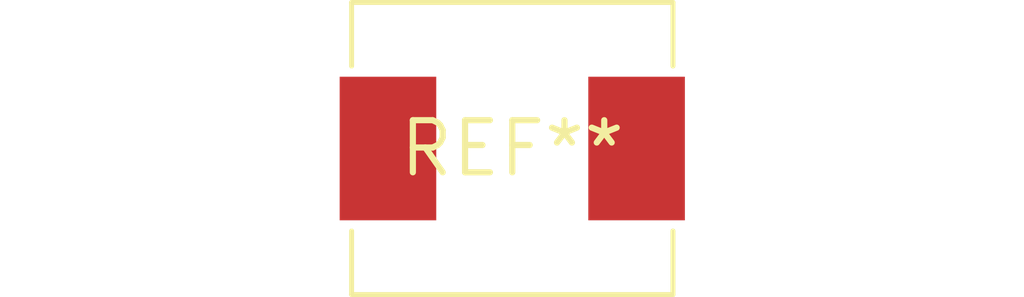
<source format=kicad_pcb>
(kicad_pcb (version 20240108) (generator pcbnew)
  (layers (0 "F.Cu" signal) (31 "B.Cu" signal) (34 "B.Paste" user) (35 "F.Paste" user) (36 "B.SilkS" user "B.Silkscreen") (37 "F.SilkS" user "F.Silkscreen") (38 "B.Mask" user) (39 "F.Mask" user) (44 "Edge.Cuts" user))
  (net 0 "")
  (footprint "L_Chilisin_BMRx00060630" (layer "F.Cu") (at 0 0)
    (property "Reference" "REF**")
    (property "Value" "L_Chilisin_BMRx00060630")
    (fp_line (start -3.91 -3.56) (end -3.91 -2.01) (layer "F.SilkS") (stroke (width 0.12)))
    (fp_line (start -3.91 -3.56) (end 3.91 -3.56) (layer "F.SilkS") (stroke (width 0.12)))
    (fp_line (start -3.91 3.56) (end -3.91 2.01) (layer "F.SilkS") (stroke (width 0.12)))
    (fp_line (start -3.91 3.56) (end 3.91 3.56) (layer "F.SilkS") (stroke (width 0.12)))
    (fp_line (start 3.91 -3.56) (end 3.91 -2.01) (layer "F.SilkS") (stroke (width 0.12)))
    (fp_line (start 3.91 3.56) (end 3.91 2.01) (layer "F.SilkS") (stroke (width 0.12)))
    (pad "1" smd rect (at -3.025 0) (size 2.35 3.5) (layers "F.Cu" "F.Paste" "F.Mask"))
    (pad "2" smd rect (at 3.025 0) (size 2.35 3.5) (layers "F.Cu" "F.Paste" "F.Mask"))
  )
)
</source>
